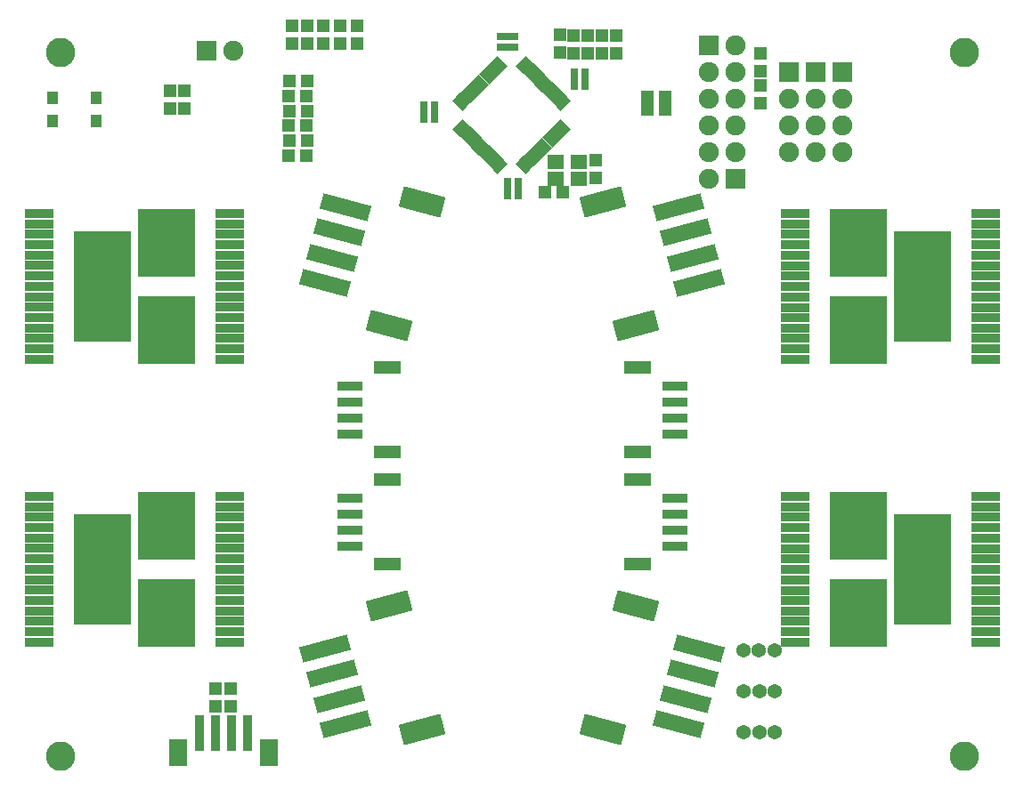
<source format=gts>
G04 DipTrace 3.0.0.2*
G04 TopMask.gbr*
%MOMM*%
G04 #@! TF.FileFunction,Soldermask,Top*
G04 #@! TF.Part,Single*
%AMOUTLINE1*
4,1,4,
-2.07694,-1.33463,
-2.466,0.11734,
2.07694,1.33463,
2.466,-0.11734,
-2.07694,-1.33463,
0*%
%AMOUTLINE4*
4,1,4,
-1.72248,-1.49847,
-2.24093,0.43648,
1.72248,1.49847,
2.24093,-0.43648,
-1.72248,-1.49847,
0*%
%AMOUTLINE7*
4,1,4,
-2.466,-0.11734,
-2.07694,1.33463,
2.466,0.11734,
2.07694,-1.33463,
-2.466,-0.11734,
0*%
%AMOUTLINE10*
4,1,4,
-2.24093,-0.43648,
-1.72248,1.49847,
2.24093,0.43648,
1.72248,-1.49847,
-2.24093,-0.43648,
0*%
%AMOUTLINE13*
4,1,4,
-0.67402,0.3182,
-0.3182,0.67402,
0.67402,-0.3182,
0.3182,-0.67402,
-0.67402,0.3182,
0*%
%AMOUTLINE16*
4,1,4,
0.3182,0.67402,
0.67402,0.3182,
-0.3182,-0.67402,
-0.67402,-0.3182,
0.3182,0.67402,
0*%
%ADD45C,2.794*%
%ADD50R,1.6032X1.3532*%
%ADD52R,5.4532X10.5032*%
%ADD54R,5.461X6.4332*%
%ADD56R,2.8032X0.8632*%
%ADD58R,1.7018X2.5032*%
%ADD60R,0.9032X3.5052*%
%ADD62R,1.1032X1.2032*%
%ADD64R,0.5588X0.6985*%
%ADD66R,0.6985X0.5588*%
%ADD68C,1.9032*%
%ADD70R,1.9032X1.9032*%
%ADD72C,1.3716*%
%ADD74R,2.5032X1.2954*%
%ADD76R,2.4032X0.9032*%
%ADD78R,1.3032X1.2032*%
%ADD80R,1.2032X1.3032*%
%ADD88OUTLINE1*%
%ADD91OUTLINE4*%
%ADD94OUTLINE7*%
%ADD97OUTLINE10*%
%ADD100OUTLINE13*%
%ADD103OUTLINE16*%
%FSLAX35Y35*%
G04*
G71*
G90*
G75*
G01*
G04 TopMask*
%LPD*%
D80*
X6748247Y6985690D3*
Y6815690D3*
D78*
X6265647Y6683430D3*
X6435647D3*
D80*
X6666967Y8174410D3*
Y8004410D3*
X6804127Y8174410D3*
Y8004410D3*
X6938747Y8174410D3*
Y8004410D3*
X6537427Y8176950D3*
Y8006950D3*
X6407887Y8009490D3*
Y8179490D3*
D76*
X4407227Y3622730D3*
Y3317930D3*
Y3470330D3*
D74*
X4761967Y3950390D3*
Y3142670D3*
D76*
X4407227Y3775130D3*
X7499227Y3470330D3*
Y3775130D3*
Y3622730D3*
D74*
X7144487Y3142670D3*
Y3950390D3*
D76*
X7499227Y3317930D3*
X7500087Y4537130D3*
Y4841930D3*
Y4689530D3*
D74*
X7145347Y4209470D3*
Y5017190D3*
D76*
X7500087Y4384730D3*
X4407227Y4689530D3*
Y4384730D3*
Y4537130D3*
D74*
X4761967Y5017190D3*
Y4209470D3*
D76*
X4407227Y4841930D3*
D45*
X10249030Y8013727D3*
Y1313207D3*
X1658750D3*
Y8013727D3*
D72*
X8150327Y1545010D3*
X8300327D3*
X8450327D3*
X8150327Y1931090D3*
X8300327D3*
X8450327D3*
X8147787Y2322250D3*
X8297787D3*
X8447787D3*
D70*
X3050007Y8032170D3*
D68*
X3304007D3*
D88*
X4239700Y2101854D3*
X4369350Y1618000D3*
X4304267Y1860894D3*
D91*
X4779127Y2745457D3*
X5093363Y1572707D3*
D88*
X4174997Y2343334D3*
D94*
X7601687Y1859970D3*
X7731333Y2343820D3*
X7666250Y2100927D3*
D97*
X6812730Y1572304D3*
X7126967Y2745054D3*
D94*
X7536980Y1618487D3*
D88*
X7666173Y6059404D3*
X7536523Y6543257D3*
X7601607Y6300364D3*
D91*
X7126747Y5415800D3*
X6812510Y6588550D3*
D88*
X7730877Y5817924D3*
D94*
X4304407Y6301487D3*
X4174760Y5817637D3*
X4239843Y6060530D3*
D97*
X5093363Y6589154D3*
X4779127Y5416404D3*
D94*
X4369113Y6542970D3*
D70*
X7820127Y8080430D3*
D68*
X8074127D3*
X7820127Y7826430D3*
X8074127D3*
X7820127Y7572430D3*
X8074127D3*
X7820127Y7318430D3*
X8074127D3*
D70*
X9090127Y7826430D3*
D68*
Y7572430D3*
Y7318430D3*
Y7064430D3*
D70*
X8836127Y7826430D3*
D68*
Y7572430D3*
Y7318430D3*
Y7064430D3*
D70*
X8582127Y7826430D3*
D68*
Y7572430D3*
Y7318430D3*
Y7064430D3*
D70*
X8074127Y6810430D3*
D68*
X7820127D3*
X8074127Y7064430D3*
X7820127D3*
D80*
X3862807Y8098210D3*
Y8268210D3*
X3278607Y1788850D3*
Y1958850D3*
X4159353Y8267757D3*
Y8097757D3*
X3133827Y1791390D3*
Y1961390D3*
D78*
X7235927Y7470830D3*
X7405927D3*
X4000603Y7172380D3*
X3830603D3*
X3825977Y7029504D3*
X3995977D3*
X7235927Y7587670D3*
X7405927D3*
D80*
X4318100Y8267757D3*
Y8097757D3*
X2696947Y7480990D3*
Y7650990D3*
X8315427Y7531790D3*
Y7701790D3*
Y7834050D3*
Y8004050D3*
X2836647Y7480990D3*
Y7650990D3*
X4000603Y8267757D3*
Y8097757D3*
D78*
X4000600Y7458130D3*
X3830600D3*
X3825977Y7315254D3*
X3995977D3*
D80*
X4476853Y8267757D3*
Y8097757D3*
D78*
X4000600Y7743880D3*
X3830600D3*
X3825977Y7601004D3*
X3995977D3*
D66*
X5904967Y6637710D3*
Y6739310D3*
Y6790110D3*
Y6688510D3*
X6006567Y6790110D3*
Y6739310D3*
Y6688510D3*
Y6637710D3*
D64*
X5828767Y8166790D3*
X5930367D3*
X5981167D3*
X5879567D3*
X5981167Y8065190D3*
X5930367D3*
X5879567D3*
X5828767D3*
D66*
X5115027Y7366690D3*
Y7468290D3*
Y7519090D3*
Y7417490D3*
X5216627Y7519090D3*
Y7468290D3*
Y7417490D3*
Y7366690D3*
X6646647Y7836590D3*
Y7734990D3*
Y7684190D3*
Y7785790D3*
X6545047Y7684190D3*
Y7734990D3*
Y7785790D3*
Y7836590D3*
D62*
X1993367Y7361610D3*
X1583367D3*
Y7580050D3*
X1993367D3*
D60*
X3283687Y1537390D3*
X2978887D3*
X3131287D3*
D58*
X3639287Y1348160D3*
X2775687D3*
D60*
X3436087Y1537390D3*
D56*
X3265270Y3193470D3*
X3264250Y3094410D3*
Y3295070D3*
Y3394130D3*
X3265270Y3490650D3*
Y3589710D3*
Y2995350D3*
Y2599110D3*
Y2698170D3*
Y2797230D3*
Y2896290D3*
Y3688770D3*
Y2500050D3*
X3265907Y3787830D3*
X3265270Y2400990D3*
X1455520Y3193470D3*
X1454500Y3094410D3*
Y3295070D3*
Y3394130D3*
X1455520Y3490650D3*
Y3589710D3*
Y2995350D3*
Y2599110D3*
Y2698170D3*
Y2797230D3*
Y2896290D3*
X1454887Y3688770D3*
X1455520Y2500050D3*
X1454887Y3787830D3*
X1455520Y2400990D3*
D54*
X2664127Y2677850D3*
Y3510970D3*
D52*
X2054127Y3094410D3*
D56*
X8641183Y2995350D3*
X8642203Y3094410D3*
Y2893750D3*
Y2794690D3*
X8641183Y2698170D3*
Y2599110D3*
Y3193470D3*
Y3589710D3*
Y3490650D3*
Y3391590D3*
Y3292530D3*
Y2500050D3*
Y3688770D3*
X8640547Y2400990D3*
X8641183Y3787830D3*
X10450933Y2995350D3*
X10451953Y3094410D3*
Y2893750D3*
Y2794690D3*
X10450933Y2698170D3*
Y2599110D3*
Y3193470D3*
Y3589710D3*
Y3490650D3*
Y3391590D3*
Y3292530D3*
X10451567Y2500050D3*
X10450933Y3688770D3*
X10451567Y2400990D3*
X10450933Y3787830D3*
D54*
X9242327Y3510970D3*
Y2677850D3*
D52*
X9852327Y3094410D3*
D56*
X8641183Y5687750D3*
X8642203Y5786810D3*
Y5586150D3*
Y5487090D3*
X8641183Y5390570D3*
Y5291510D3*
Y5885870D3*
Y6282110D3*
Y6183050D3*
Y6083990D3*
Y5984930D3*
Y5192450D3*
Y6381170D3*
X8640547Y5093390D3*
X8641183Y6480230D3*
X10450933Y5687750D3*
X10451953Y5786810D3*
Y5586150D3*
Y5487090D3*
X10450933Y5390570D3*
Y5291510D3*
Y5885870D3*
Y6282110D3*
Y6183050D3*
Y6083990D3*
Y5984930D3*
X10451567Y5192450D3*
X10450933Y6381170D3*
X10451567Y5093390D3*
X10450933Y6480230D3*
D54*
X9242327Y6203370D3*
Y5370250D3*
D52*
X9852327Y5786810D3*
D56*
X3265270Y5885870D3*
X3264250Y5786810D3*
Y5987470D3*
Y6086530D3*
X3265270Y6183050D3*
Y6282110D3*
Y5687750D3*
Y5291510D3*
Y5390570D3*
Y5489630D3*
Y5588690D3*
Y6381170D3*
Y5192450D3*
X3265907Y6480230D3*
X3265270Y5093390D3*
X1455520Y5885870D3*
X1454500Y5786810D3*
Y5987470D3*
Y6086530D3*
X1455520Y6183050D3*
Y6282110D3*
Y5687750D3*
Y5291510D3*
Y5390570D3*
Y5489630D3*
Y5588690D3*
X1454887Y6381170D3*
X1455520Y5192450D3*
X1454887Y6480230D3*
X1455520Y5093390D3*
D54*
X2664127Y5370250D3*
Y6203370D3*
D52*
X2054127Y5786810D3*
D100*
X6054827Y6924730D3*
X6090180Y6960084D3*
X6125537Y6995440D3*
X6160893Y7030794D3*
X6196247Y7066150D3*
X6231603Y7101507D3*
X6266957Y7136860D3*
X6302313Y7172217D3*
X6337670Y7207570D3*
X6373023Y7242927D3*
X6408380Y7278284D3*
X6443733Y7313637D3*
D103*
Y7525770D3*
X6408380Y7561124D3*
X6373023Y7596480D3*
X6337670Y7631837D3*
X6302313Y7667190D3*
X6266957Y7702547D3*
X6231603Y7737900D3*
X6196247Y7773257D3*
X6160893Y7808614D3*
X6125537Y7843967D3*
X6090180Y7879324D3*
X6054827Y7914677D3*
D100*
X5842693D3*
X5807340Y7879324D3*
X5771983Y7843967D3*
X5736627Y7808614D3*
X5701273Y7773257D3*
X5665917Y7737900D3*
X5630563Y7702547D3*
X5595207Y7667190D3*
X5559850Y7631837D3*
X5524497Y7596480D3*
X5489140Y7561124D3*
X5453787Y7525770D3*
D103*
Y7313637D3*
X5489140Y7278284D3*
X5524497Y7242927D3*
X5559850Y7207570D3*
X5595207Y7172217D3*
X5630563Y7136860D3*
X5665917Y7101507D3*
X5701273Y7066150D3*
X5736627Y7030794D3*
X5771983Y6995440D3*
X5807340Y6960084D3*
X5842693Y6924730D3*
D50*
X6367247Y6807890D3*
X6587247D3*
Y6967887D3*
X6367247D3*
M02*

</source>
